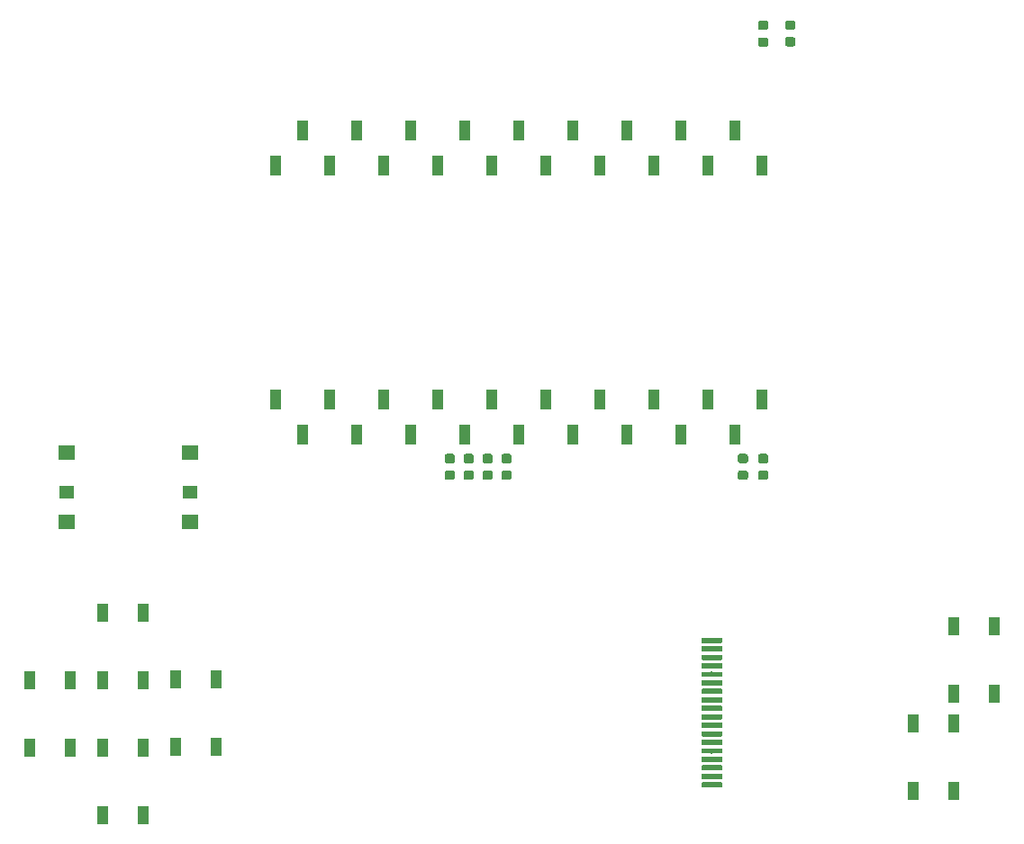
<source format=gbr>
G04 #@! TF.GenerationSoftware,KiCad,Pcbnew,(5.0.1)-3*
G04 #@! TF.CreationDate,2018-10-31T18:48:16+09:00*
G04 #@! TF.ProjectId,badge,62616467652E6B696361645F70636200,rev?*
G04 #@! TF.SameCoordinates,Original*
G04 #@! TF.FileFunction,Paste,Top*
G04 #@! TF.FilePolarity,Positive*
%FSLAX46Y46*%
G04 Gerber Fmt 4.6, Leading zero omitted, Abs format (unit mm)*
G04 Created by KiCad (PCBNEW (5.0.1)-3) date 2018-10-31 오후 6:48:16*
%MOMM*%
%LPD*%
G01*
G04 APERTURE LIST*
%ADD10R,1.000000X1.900000*%
%ADD11R,1.400000X1.300000*%
%ADD12R,1.500000X1.400000*%
%ADD13C,0.100000*%
%ADD14C,0.875000*%
%ADD15R,1.000000X1.700000*%
%ADD16C,0.500000*%
G04 APERTURE END LIST*
D10*
G04 #@! TO.C,J13*
X132999480Y-57570640D03*
X138079480Y-57570640D03*
X143159480Y-57570640D03*
X148239480Y-57570640D03*
X153319480Y-57570640D03*
X158399480Y-57570640D03*
X163479480Y-57570640D03*
X168559480Y-57570640D03*
X173639480Y-57570640D03*
X130459480Y-54270640D03*
X135539480Y-54270640D03*
X140619480Y-54270640D03*
X145699480Y-54270640D03*
X150779480Y-54270640D03*
X155859480Y-54270640D03*
X160939480Y-54270640D03*
X166019480Y-54270640D03*
X171099480Y-54270640D03*
X176179480Y-54270640D03*
G04 #@! TD*
G04 #@! TO.C,J12*
X130459480Y-32197040D03*
X135539480Y-32197040D03*
X140619480Y-32197040D03*
X145699480Y-32197040D03*
X150779480Y-32197040D03*
X155859480Y-32197040D03*
X160939480Y-32197040D03*
X166019480Y-32197040D03*
X171099480Y-32197040D03*
X176179480Y-32197040D03*
X132999480Y-28897040D03*
X138079480Y-28897040D03*
X143159480Y-28897040D03*
X148239480Y-28897040D03*
X153319480Y-28897040D03*
X158399480Y-28897040D03*
X163479480Y-28897040D03*
X168559480Y-28897040D03*
X173639480Y-28897040D03*
G04 #@! TD*
D11*
G04 #@! TO.C,SW7*
X110786000Y-62934000D03*
X122386000Y-62934000D03*
D12*
X122386000Y-59234000D03*
X110786000Y-59234000D03*
X110786000Y-65734000D03*
X122386000Y-65734000D03*
G04 #@! TD*
D13*
G04 #@! TO.C,C9*
G36*
X179093691Y-18562553D02*
X179114926Y-18565703D01*
X179135750Y-18570919D01*
X179155962Y-18578151D01*
X179175368Y-18587330D01*
X179193781Y-18598366D01*
X179211024Y-18611154D01*
X179226930Y-18625570D01*
X179241346Y-18641476D01*
X179254134Y-18658719D01*
X179265170Y-18677132D01*
X179274349Y-18696538D01*
X179281581Y-18716750D01*
X179286797Y-18737574D01*
X179289947Y-18758809D01*
X179291000Y-18780250D01*
X179291000Y-19217750D01*
X179289947Y-19239191D01*
X179286797Y-19260426D01*
X179281581Y-19281250D01*
X179274349Y-19301462D01*
X179265170Y-19320868D01*
X179254134Y-19339281D01*
X179241346Y-19356524D01*
X179226930Y-19372430D01*
X179211024Y-19386846D01*
X179193781Y-19399634D01*
X179175368Y-19410670D01*
X179155962Y-19419849D01*
X179135750Y-19427081D01*
X179114926Y-19432297D01*
X179093691Y-19435447D01*
X179072250Y-19436500D01*
X178559750Y-19436500D01*
X178538309Y-19435447D01*
X178517074Y-19432297D01*
X178496250Y-19427081D01*
X178476038Y-19419849D01*
X178456632Y-19410670D01*
X178438219Y-19399634D01*
X178420976Y-19386846D01*
X178405070Y-19372430D01*
X178390654Y-19356524D01*
X178377866Y-19339281D01*
X178366830Y-19320868D01*
X178357651Y-19301462D01*
X178350419Y-19281250D01*
X178345203Y-19260426D01*
X178342053Y-19239191D01*
X178341000Y-19217750D01*
X178341000Y-18780250D01*
X178342053Y-18758809D01*
X178345203Y-18737574D01*
X178350419Y-18716750D01*
X178357651Y-18696538D01*
X178366830Y-18677132D01*
X178377866Y-18658719D01*
X178390654Y-18641476D01*
X178405070Y-18625570D01*
X178420976Y-18611154D01*
X178438219Y-18598366D01*
X178456632Y-18587330D01*
X178476038Y-18578151D01*
X178496250Y-18570919D01*
X178517074Y-18565703D01*
X178538309Y-18562553D01*
X178559750Y-18561500D01*
X179072250Y-18561500D01*
X179093691Y-18562553D01*
X179093691Y-18562553D01*
G37*
D14*
X178816000Y-18999000D03*
D13*
G36*
X179093691Y-20137553D02*
X179114926Y-20140703D01*
X179135750Y-20145919D01*
X179155962Y-20153151D01*
X179175368Y-20162330D01*
X179193781Y-20173366D01*
X179211024Y-20186154D01*
X179226930Y-20200570D01*
X179241346Y-20216476D01*
X179254134Y-20233719D01*
X179265170Y-20252132D01*
X179274349Y-20271538D01*
X179281581Y-20291750D01*
X179286797Y-20312574D01*
X179289947Y-20333809D01*
X179291000Y-20355250D01*
X179291000Y-20792750D01*
X179289947Y-20814191D01*
X179286797Y-20835426D01*
X179281581Y-20856250D01*
X179274349Y-20876462D01*
X179265170Y-20895868D01*
X179254134Y-20914281D01*
X179241346Y-20931524D01*
X179226930Y-20947430D01*
X179211024Y-20961846D01*
X179193781Y-20974634D01*
X179175368Y-20985670D01*
X179155962Y-20994849D01*
X179135750Y-21002081D01*
X179114926Y-21007297D01*
X179093691Y-21010447D01*
X179072250Y-21011500D01*
X178559750Y-21011500D01*
X178538309Y-21010447D01*
X178517074Y-21007297D01*
X178496250Y-21002081D01*
X178476038Y-20994849D01*
X178456632Y-20985670D01*
X178438219Y-20974634D01*
X178420976Y-20961846D01*
X178405070Y-20947430D01*
X178390654Y-20931524D01*
X178377866Y-20914281D01*
X178366830Y-20895868D01*
X178357651Y-20876462D01*
X178350419Y-20856250D01*
X178345203Y-20835426D01*
X178342053Y-20814191D01*
X178341000Y-20792750D01*
X178341000Y-20355250D01*
X178342053Y-20333809D01*
X178345203Y-20312574D01*
X178350419Y-20291750D01*
X178357651Y-20271538D01*
X178366830Y-20252132D01*
X178377866Y-20233719D01*
X178390654Y-20216476D01*
X178405070Y-20200570D01*
X178420976Y-20186154D01*
X178438219Y-20173366D01*
X178456632Y-20162330D01*
X178476038Y-20153151D01*
X178496250Y-20145919D01*
X178517074Y-20140703D01*
X178538309Y-20137553D01*
X178559750Y-20136500D01*
X179072250Y-20136500D01*
X179093691Y-20137553D01*
X179093691Y-20137553D01*
G37*
D14*
X178816000Y-20574000D03*
G04 #@! TD*
D13*
G04 #@! TO.C,R7*
G36*
X176553691Y-18588053D02*
X176574926Y-18591203D01*
X176595750Y-18596419D01*
X176615962Y-18603651D01*
X176635368Y-18612830D01*
X176653781Y-18623866D01*
X176671024Y-18636654D01*
X176686930Y-18651070D01*
X176701346Y-18666976D01*
X176714134Y-18684219D01*
X176725170Y-18702632D01*
X176734349Y-18722038D01*
X176741581Y-18742250D01*
X176746797Y-18763074D01*
X176749947Y-18784309D01*
X176751000Y-18805750D01*
X176751000Y-19243250D01*
X176749947Y-19264691D01*
X176746797Y-19285926D01*
X176741581Y-19306750D01*
X176734349Y-19326962D01*
X176725170Y-19346368D01*
X176714134Y-19364781D01*
X176701346Y-19382024D01*
X176686930Y-19397930D01*
X176671024Y-19412346D01*
X176653781Y-19425134D01*
X176635368Y-19436170D01*
X176615962Y-19445349D01*
X176595750Y-19452581D01*
X176574926Y-19457797D01*
X176553691Y-19460947D01*
X176532250Y-19462000D01*
X176019750Y-19462000D01*
X175998309Y-19460947D01*
X175977074Y-19457797D01*
X175956250Y-19452581D01*
X175936038Y-19445349D01*
X175916632Y-19436170D01*
X175898219Y-19425134D01*
X175880976Y-19412346D01*
X175865070Y-19397930D01*
X175850654Y-19382024D01*
X175837866Y-19364781D01*
X175826830Y-19346368D01*
X175817651Y-19326962D01*
X175810419Y-19306750D01*
X175805203Y-19285926D01*
X175802053Y-19264691D01*
X175801000Y-19243250D01*
X175801000Y-18805750D01*
X175802053Y-18784309D01*
X175805203Y-18763074D01*
X175810419Y-18742250D01*
X175817651Y-18722038D01*
X175826830Y-18702632D01*
X175837866Y-18684219D01*
X175850654Y-18666976D01*
X175865070Y-18651070D01*
X175880976Y-18636654D01*
X175898219Y-18623866D01*
X175916632Y-18612830D01*
X175936038Y-18603651D01*
X175956250Y-18596419D01*
X175977074Y-18591203D01*
X175998309Y-18588053D01*
X176019750Y-18587000D01*
X176532250Y-18587000D01*
X176553691Y-18588053D01*
X176553691Y-18588053D01*
G37*
D14*
X176276000Y-19024500D03*
D13*
G36*
X176553691Y-20163053D02*
X176574926Y-20166203D01*
X176595750Y-20171419D01*
X176615962Y-20178651D01*
X176635368Y-20187830D01*
X176653781Y-20198866D01*
X176671024Y-20211654D01*
X176686930Y-20226070D01*
X176701346Y-20241976D01*
X176714134Y-20259219D01*
X176725170Y-20277632D01*
X176734349Y-20297038D01*
X176741581Y-20317250D01*
X176746797Y-20338074D01*
X176749947Y-20359309D01*
X176751000Y-20380750D01*
X176751000Y-20818250D01*
X176749947Y-20839691D01*
X176746797Y-20860926D01*
X176741581Y-20881750D01*
X176734349Y-20901962D01*
X176725170Y-20921368D01*
X176714134Y-20939781D01*
X176701346Y-20957024D01*
X176686930Y-20972930D01*
X176671024Y-20987346D01*
X176653781Y-21000134D01*
X176635368Y-21011170D01*
X176615962Y-21020349D01*
X176595750Y-21027581D01*
X176574926Y-21032797D01*
X176553691Y-21035947D01*
X176532250Y-21037000D01*
X176019750Y-21037000D01*
X175998309Y-21035947D01*
X175977074Y-21032797D01*
X175956250Y-21027581D01*
X175936038Y-21020349D01*
X175916632Y-21011170D01*
X175898219Y-21000134D01*
X175880976Y-20987346D01*
X175865070Y-20972930D01*
X175850654Y-20957024D01*
X175837866Y-20939781D01*
X175826830Y-20921368D01*
X175817651Y-20901962D01*
X175810419Y-20881750D01*
X175805203Y-20860926D01*
X175802053Y-20839691D01*
X175801000Y-20818250D01*
X175801000Y-20380750D01*
X175802053Y-20359309D01*
X175805203Y-20338074D01*
X175810419Y-20317250D01*
X175817651Y-20297038D01*
X175826830Y-20277632D01*
X175837866Y-20259219D01*
X175850654Y-20241976D01*
X175865070Y-20226070D01*
X175880976Y-20211654D01*
X175898219Y-20198866D01*
X175916632Y-20187830D01*
X175936038Y-20178651D01*
X175956250Y-20171419D01*
X175977074Y-20166203D01*
X175998309Y-20163053D01*
X176019750Y-20162000D01*
X176532250Y-20162000D01*
X176553691Y-20163053D01*
X176553691Y-20163053D01*
G37*
D14*
X176276000Y-20599500D03*
G04 #@! TD*
D13*
G04 #@! TO.C,D1*
G36*
X147089691Y-59355053D02*
X147110926Y-59358203D01*
X147131750Y-59363419D01*
X147151962Y-59370651D01*
X147171368Y-59379830D01*
X147189781Y-59390866D01*
X147207024Y-59403654D01*
X147222930Y-59418070D01*
X147237346Y-59433976D01*
X147250134Y-59451219D01*
X147261170Y-59469632D01*
X147270349Y-59489038D01*
X147277581Y-59509250D01*
X147282797Y-59530074D01*
X147285947Y-59551309D01*
X147287000Y-59572750D01*
X147287000Y-60010250D01*
X147285947Y-60031691D01*
X147282797Y-60052926D01*
X147277581Y-60073750D01*
X147270349Y-60093962D01*
X147261170Y-60113368D01*
X147250134Y-60131781D01*
X147237346Y-60149024D01*
X147222930Y-60164930D01*
X147207024Y-60179346D01*
X147189781Y-60192134D01*
X147171368Y-60203170D01*
X147151962Y-60212349D01*
X147131750Y-60219581D01*
X147110926Y-60224797D01*
X147089691Y-60227947D01*
X147068250Y-60229000D01*
X146555750Y-60229000D01*
X146534309Y-60227947D01*
X146513074Y-60224797D01*
X146492250Y-60219581D01*
X146472038Y-60212349D01*
X146452632Y-60203170D01*
X146434219Y-60192134D01*
X146416976Y-60179346D01*
X146401070Y-60164930D01*
X146386654Y-60149024D01*
X146373866Y-60131781D01*
X146362830Y-60113368D01*
X146353651Y-60093962D01*
X146346419Y-60073750D01*
X146341203Y-60052926D01*
X146338053Y-60031691D01*
X146337000Y-60010250D01*
X146337000Y-59572750D01*
X146338053Y-59551309D01*
X146341203Y-59530074D01*
X146346419Y-59509250D01*
X146353651Y-59489038D01*
X146362830Y-59469632D01*
X146373866Y-59451219D01*
X146386654Y-59433976D01*
X146401070Y-59418070D01*
X146416976Y-59403654D01*
X146434219Y-59390866D01*
X146452632Y-59379830D01*
X146472038Y-59370651D01*
X146492250Y-59363419D01*
X146513074Y-59358203D01*
X146534309Y-59355053D01*
X146555750Y-59354000D01*
X147068250Y-59354000D01*
X147089691Y-59355053D01*
X147089691Y-59355053D01*
G37*
D14*
X146812000Y-59791500D03*
D13*
G36*
X147089691Y-60930053D02*
X147110926Y-60933203D01*
X147131750Y-60938419D01*
X147151962Y-60945651D01*
X147171368Y-60954830D01*
X147189781Y-60965866D01*
X147207024Y-60978654D01*
X147222930Y-60993070D01*
X147237346Y-61008976D01*
X147250134Y-61026219D01*
X147261170Y-61044632D01*
X147270349Y-61064038D01*
X147277581Y-61084250D01*
X147282797Y-61105074D01*
X147285947Y-61126309D01*
X147287000Y-61147750D01*
X147287000Y-61585250D01*
X147285947Y-61606691D01*
X147282797Y-61627926D01*
X147277581Y-61648750D01*
X147270349Y-61668962D01*
X147261170Y-61688368D01*
X147250134Y-61706781D01*
X147237346Y-61724024D01*
X147222930Y-61739930D01*
X147207024Y-61754346D01*
X147189781Y-61767134D01*
X147171368Y-61778170D01*
X147151962Y-61787349D01*
X147131750Y-61794581D01*
X147110926Y-61799797D01*
X147089691Y-61802947D01*
X147068250Y-61804000D01*
X146555750Y-61804000D01*
X146534309Y-61802947D01*
X146513074Y-61799797D01*
X146492250Y-61794581D01*
X146472038Y-61787349D01*
X146452632Y-61778170D01*
X146434219Y-61767134D01*
X146416976Y-61754346D01*
X146401070Y-61739930D01*
X146386654Y-61724024D01*
X146373866Y-61706781D01*
X146362830Y-61688368D01*
X146353651Y-61668962D01*
X146346419Y-61648750D01*
X146341203Y-61627926D01*
X146338053Y-61606691D01*
X146337000Y-61585250D01*
X146337000Y-61147750D01*
X146338053Y-61126309D01*
X146341203Y-61105074D01*
X146346419Y-61084250D01*
X146353651Y-61064038D01*
X146362830Y-61044632D01*
X146373866Y-61026219D01*
X146386654Y-61008976D01*
X146401070Y-60993070D01*
X146416976Y-60978654D01*
X146434219Y-60965866D01*
X146452632Y-60954830D01*
X146472038Y-60945651D01*
X146492250Y-60938419D01*
X146513074Y-60933203D01*
X146534309Y-60930053D01*
X146555750Y-60929000D01*
X147068250Y-60929000D01*
X147089691Y-60930053D01*
X147089691Y-60930053D01*
G37*
D14*
X146812000Y-61366500D03*
G04 #@! TD*
D13*
G04 #@! TO.C,R6*
G36*
X150645691Y-60930053D02*
X150666926Y-60933203D01*
X150687750Y-60938419D01*
X150707962Y-60945651D01*
X150727368Y-60954830D01*
X150745781Y-60965866D01*
X150763024Y-60978654D01*
X150778930Y-60993070D01*
X150793346Y-61008976D01*
X150806134Y-61026219D01*
X150817170Y-61044632D01*
X150826349Y-61064038D01*
X150833581Y-61084250D01*
X150838797Y-61105074D01*
X150841947Y-61126309D01*
X150843000Y-61147750D01*
X150843000Y-61585250D01*
X150841947Y-61606691D01*
X150838797Y-61627926D01*
X150833581Y-61648750D01*
X150826349Y-61668962D01*
X150817170Y-61688368D01*
X150806134Y-61706781D01*
X150793346Y-61724024D01*
X150778930Y-61739930D01*
X150763024Y-61754346D01*
X150745781Y-61767134D01*
X150727368Y-61778170D01*
X150707962Y-61787349D01*
X150687750Y-61794581D01*
X150666926Y-61799797D01*
X150645691Y-61802947D01*
X150624250Y-61804000D01*
X150111750Y-61804000D01*
X150090309Y-61802947D01*
X150069074Y-61799797D01*
X150048250Y-61794581D01*
X150028038Y-61787349D01*
X150008632Y-61778170D01*
X149990219Y-61767134D01*
X149972976Y-61754346D01*
X149957070Y-61739930D01*
X149942654Y-61724024D01*
X149929866Y-61706781D01*
X149918830Y-61688368D01*
X149909651Y-61668962D01*
X149902419Y-61648750D01*
X149897203Y-61627926D01*
X149894053Y-61606691D01*
X149893000Y-61585250D01*
X149893000Y-61147750D01*
X149894053Y-61126309D01*
X149897203Y-61105074D01*
X149902419Y-61084250D01*
X149909651Y-61064038D01*
X149918830Y-61044632D01*
X149929866Y-61026219D01*
X149942654Y-61008976D01*
X149957070Y-60993070D01*
X149972976Y-60978654D01*
X149990219Y-60965866D01*
X150008632Y-60954830D01*
X150028038Y-60945651D01*
X150048250Y-60938419D01*
X150069074Y-60933203D01*
X150090309Y-60930053D01*
X150111750Y-60929000D01*
X150624250Y-60929000D01*
X150645691Y-60930053D01*
X150645691Y-60930053D01*
G37*
D14*
X150368000Y-61366500D03*
D13*
G36*
X150645691Y-59355053D02*
X150666926Y-59358203D01*
X150687750Y-59363419D01*
X150707962Y-59370651D01*
X150727368Y-59379830D01*
X150745781Y-59390866D01*
X150763024Y-59403654D01*
X150778930Y-59418070D01*
X150793346Y-59433976D01*
X150806134Y-59451219D01*
X150817170Y-59469632D01*
X150826349Y-59489038D01*
X150833581Y-59509250D01*
X150838797Y-59530074D01*
X150841947Y-59551309D01*
X150843000Y-59572750D01*
X150843000Y-60010250D01*
X150841947Y-60031691D01*
X150838797Y-60052926D01*
X150833581Y-60073750D01*
X150826349Y-60093962D01*
X150817170Y-60113368D01*
X150806134Y-60131781D01*
X150793346Y-60149024D01*
X150778930Y-60164930D01*
X150763024Y-60179346D01*
X150745781Y-60192134D01*
X150727368Y-60203170D01*
X150707962Y-60212349D01*
X150687750Y-60219581D01*
X150666926Y-60224797D01*
X150645691Y-60227947D01*
X150624250Y-60229000D01*
X150111750Y-60229000D01*
X150090309Y-60227947D01*
X150069074Y-60224797D01*
X150048250Y-60219581D01*
X150028038Y-60212349D01*
X150008632Y-60203170D01*
X149990219Y-60192134D01*
X149972976Y-60179346D01*
X149957070Y-60164930D01*
X149942654Y-60149024D01*
X149929866Y-60131781D01*
X149918830Y-60113368D01*
X149909651Y-60093962D01*
X149902419Y-60073750D01*
X149897203Y-60052926D01*
X149894053Y-60031691D01*
X149893000Y-60010250D01*
X149893000Y-59572750D01*
X149894053Y-59551309D01*
X149897203Y-59530074D01*
X149902419Y-59509250D01*
X149909651Y-59489038D01*
X149918830Y-59469632D01*
X149929866Y-59451219D01*
X149942654Y-59433976D01*
X149957070Y-59418070D01*
X149972976Y-59403654D01*
X149990219Y-59390866D01*
X150008632Y-59379830D01*
X150028038Y-59370651D01*
X150048250Y-59363419D01*
X150069074Y-59358203D01*
X150090309Y-59355053D01*
X150111750Y-59354000D01*
X150624250Y-59354000D01*
X150645691Y-59355053D01*
X150645691Y-59355053D01*
G37*
D14*
X150368000Y-59791500D03*
G04 #@! TD*
D13*
G04 #@! TO.C,D2*
G36*
X152423691Y-60930053D02*
X152444926Y-60933203D01*
X152465750Y-60938419D01*
X152485962Y-60945651D01*
X152505368Y-60954830D01*
X152523781Y-60965866D01*
X152541024Y-60978654D01*
X152556930Y-60993070D01*
X152571346Y-61008976D01*
X152584134Y-61026219D01*
X152595170Y-61044632D01*
X152604349Y-61064038D01*
X152611581Y-61084250D01*
X152616797Y-61105074D01*
X152619947Y-61126309D01*
X152621000Y-61147750D01*
X152621000Y-61585250D01*
X152619947Y-61606691D01*
X152616797Y-61627926D01*
X152611581Y-61648750D01*
X152604349Y-61668962D01*
X152595170Y-61688368D01*
X152584134Y-61706781D01*
X152571346Y-61724024D01*
X152556930Y-61739930D01*
X152541024Y-61754346D01*
X152523781Y-61767134D01*
X152505368Y-61778170D01*
X152485962Y-61787349D01*
X152465750Y-61794581D01*
X152444926Y-61799797D01*
X152423691Y-61802947D01*
X152402250Y-61804000D01*
X151889750Y-61804000D01*
X151868309Y-61802947D01*
X151847074Y-61799797D01*
X151826250Y-61794581D01*
X151806038Y-61787349D01*
X151786632Y-61778170D01*
X151768219Y-61767134D01*
X151750976Y-61754346D01*
X151735070Y-61739930D01*
X151720654Y-61724024D01*
X151707866Y-61706781D01*
X151696830Y-61688368D01*
X151687651Y-61668962D01*
X151680419Y-61648750D01*
X151675203Y-61627926D01*
X151672053Y-61606691D01*
X151671000Y-61585250D01*
X151671000Y-61147750D01*
X151672053Y-61126309D01*
X151675203Y-61105074D01*
X151680419Y-61084250D01*
X151687651Y-61064038D01*
X151696830Y-61044632D01*
X151707866Y-61026219D01*
X151720654Y-61008976D01*
X151735070Y-60993070D01*
X151750976Y-60978654D01*
X151768219Y-60965866D01*
X151786632Y-60954830D01*
X151806038Y-60945651D01*
X151826250Y-60938419D01*
X151847074Y-60933203D01*
X151868309Y-60930053D01*
X151889750Y-60929000D01*
X152402250Y-60929000D01*
X152423691Y-60930053D01*
X152423691Y-60930053D01*
G37*
D14*
X152146000Y-61366500D03*
D13*
G36*
X152423691Y-59355053D02*
X152444926Y-59358203D01*
X152465750Y-59363419D01*
X152485962Y-59370651D01*
X152505368Y-59379830D01*
X152523781Y-59390866D01*
X152541024Y-59403654D01*
X152556930Y-59418070D01*
X152571346Y-59433976D01*
X152584134Y-59451219D01*
X152595170Y-59469632D01*
X152604349Y-59489038D01*
X152611581Y-59509250D01*
X152616797Y-59530074D01*
X152619947Y-59551309D01*
X152621000Y-59572750D01*
X152621000Y-60010250D01*
X152619947Y-60031691D01*
X152616797Y-60052926D01*
X152611581Y-60073750D01*
X152604349Y-60093962D01*
X152595170Y-60113368D01*
X152584134Y-60131781D01*
X152571346Y-60149024D01*
X152556930Y-60164930D01*
X152541024Y-60179346D01*
X152523781Y-60192134D01*
X152505368Y-60203170D01*
X152485962Y-60212349D01*
X152465750Y-60219581D01*
X152444926Y-60224797D01*
X152423691Y-60227947D01*
X152402250Y-60229000D01*
X151889750Y-60229000D01*
X151868309Y-60227947D01*
X151847074Y-60224797D01*
X151826250Y-60219581D01*
X151806038Y-60212349D01*
X151786632Y-60203170D01*
X151768219Y-60192134D01*
X151750976Y-60179346D01*
X151735070Y-60164930D01*
X151720654Y-60149024D01*
X151707866Y-60131781D01*
X151696830Y-60113368D01*
X151687651Y-60093962D01*
X151680419Y-60073750D01*
X151675203Y-60052926D01*
X151672053Y-60031691D01*
X151671000Y-60010250D01*
X151671000Y-59572750D01*
X151672053Y-59551309D01*
X151675203Y-59530074D01*
X151680419Y-59509250D01*
X151687651Y-59489038D01*
X151696830Y-59469632D01*
X151707866Y-59451219D01*
X151720654Y-59433976D01*
X151735070Y-59418070D01*
X151750976Y-59403654D01*
X151768219Y-59390866D01*
X151786632Y-59379830D01*
X151806038Y-59370651D01*
X151826250Y-59363419D01*
X151847074Y-59358203D01*
X151868309Y-59355053D01*
X151889750Y-59354000D01*
X152402250Y-59354000D01*
X152423691Y-59355053D01*
X152423691Y-59355053D01*
G37*
D14*
X152146000Y-59791500D03*
G04 #@! TD*
D13*
G04 #@! TO.C,R5*
G36*
X148867691Y-59355053D02*
X148888926Y-59358203D01*
X148909750Y-59363419D01*
X148929962Y-59370651D01*
X148949368Y-59379830D01*
X148967781Y-59390866D01*
X148985024Y-59403654D01*
X149000930Y-59418070D01*
X149015346Y-59433976D01*
X149028134Y-59451219D01*
X149039170Y-59469632D01*
X149048349Y-59489038D01*
X149055581Y-59509250D01*
X149060797Y-59530074D01*
X149063947Y-59551309D01*
X149065000Y-59572750D01*
X149065000Y-60010250D01*
X149063947Y-60031691D01*
X149060797Y-60052926D01*
X149055581Y-60073750D01*
X149048349Y-60093962D01*
X149039170Y-60113368D01*
X149028134Y-60131781D01*
X149015346Y-60149024D01*
X149000930Y-60164930D01*
X148985024Y-60179346D01*
X148967781Y-60192134D01*
X148949368Y-60203170D01*
X148929962Y-60212349D01*
X148909750Y-60219581D01*
X148888926Y-60224797D01*
X148867691Y-60227947D01*
X148846250Y-60229000D01*
X148333750Y-60229000D01*
X148312309Y-60227947D01*
X148291074Y-60224797D01*
X148270250Y-60219581D01*
X148250038Y-60212349D01*
X148230632Y-60203170D01*
X148212219Y-60192134D01*
X148194976Y-60179346D01*
X148179070Y-60164930D01*
X148164654Y-60149024D01*
X148151866Y-60131781D01*
X148140830Y-60113368D01*
X148131651Y-60093962D01*
X148124419Y-60073750D01*
X148119203Y-60052926D01*
X148116053Y-60031691D01*
X148115000Y-60010250D01*
X148115000Y-59572750D01*
X148116053Y-59551309D01*
X148119203Y-59530074D01*
X148124419Y-59509250D01*
X148131651Y-59489038D01*
X148140830Y-59469632D01*
X148151866Y-59451219D01*
X148164654Y-59433976D01*
X148179070Y-59418070D01*
X148194976Y-59403654D01*
X148212219Y-59390866D01*
X148230632Y-59379830D01*
X148250038Y-59370651D01*
X148270250Y-59363419D01*
X148291074Y-59358203D01*
X148312309Y-59355053D01*
X148333750Y-59354000D01*
X148846250Y-59354000D01*
X148867691Y-59355053D01*
X148867691Y-59355053D01*
G37*
D14*
X148590000Y-59791500D03*
D13*
G36*
X148867691Y-60930053D02*
X148888926Y-60933203D01*
X148909750Y-60938419D01*
X148929962Y-60945651D01*
X148949368Y-60954830D01*
X148967781Y-60965866D01*
X148985024Y-60978654D01*
X149000930Y-60993070D01*
X149015346Y-61008976D01*
X149028134Y-61026219D01*
X149039170Y-61044632D01*
X149048349Y-61064038D01*
X149055581Y-61084250D01*
X149060797Y-61105074D01*
X149063947Y-61126309D01*
X149065000Y-61147750D01*
X149065000Y-61585250D01*
X149063947Y-61606691D01*
X149060797Y-61627926D01*
X149055581Y-61648750D01*
X149048349Y-61668962D01*
X149039170Y-61688368D01*
X149028134Y-61706781D01*
X149015346Y-61724024D01*
X149000930Y-61739930D01*
X148985024Y-61754346D01*
X148967781Y-61767134D01*
X148949368Y-61778170D01*
X148929962Y-61787349D01*
X148909750Y-61794581D01*
X148888926Y-61799797D01*
X148867691Y-61802947D01*
X148846250Y-61804000D01*
X148333750Y-61804000D01*
X148312309Y-61802947D01*
X148291074Y-61799797D01*
X148270250Y-61794581D01*
X148250038Y-61787349D01*
X148230632Y-61778170D01*
X148212219Y-61767134D01*
X148194976Y-61754346D01*
X148179070Y-61739930D01*
X148164654Y-61724024D01*
X148151866Y-61706781D01*
X148140830Y-61688368D01*
X148131651Y-61668962D01*
X148124419Y-61648750D01*
X148119203Y-61627926D01*
X148116053Y-61606691D01*
X148115000Y-61585250D01*
X148115000Y-61147750D01*
X148116053Y-61126309D01*
X148119203Y-61105074D01*
X148124419Y-61084250D01*
X148131651Y-61064038D01*
X148140830Y-61044632D01*
X148151866Y-61026219D01*
X148164654Y-61008976D01*
X148179070Y-60993070D01*
X148194976Y-60978654D01*
X148212219Y-60965866D01*
X148230632Y-60954830D01*
X148250038Y-60945651D01*
X148270250Y-60938419D01*
X148291074Y-60933203D01*
X148312309Y-60930053D01*
X148333750Y-60929000D01*
X148846250Y-60929000D01*
X148867691Y-60930053D01*
X148867691Y-60930053D01*
G37*
D14*
X148590000Y-61366500D03*
G04 #@! TD*
D15*
G04 #@! TO.C,SW6*
X197988000Y-75590000D03*
X197988000Y-81890000D03*
X194188000Y-75590000D03*
X194188000Y-81890000D03*
G04 #@! TD*
G04 #@! TO.C,SW3*
X190378000Y-91034000D03*
X190378000Y-84734000D03*
X194178000Y-91034000D03*
X194178000Y-84734000D03*
G04 #@! TD*
G04 #@! TO.C,SW4*
X114178000Y-93320000D03*
X114178000Y-87020000D03*
X117978000Y-93320000D03*
X117978000Y-87020000D03*
G04 #@! TD*
D13*
G04 #@! TO.C,J10*
G36*
X172337252Y-87050602D02*
X172349386Y-87052402D01*
X172361286Y-87055382D01*
X172372835Y-87059515D01*
X172383925Y-87064760D01*
X172394446Y-87071066D01*
X172404299Y-87078374D01*
X172413388Y-87086612D01*
X172421626Y-87095701D01*
X172428934Y-87105554D01*
X172435240Y-87116075D01*
X172440485Y-87127165D01*
X172444618Y-87138714D01*
X172447598Y-87150614D01*
X172449398Y-87162748D01*
X172450000Y-87175000D01*
X172450000Y-87425000D01*
X172449398Y-87437252D01*
X172447598Y-87449386D01*
X172444618Y-87461286D01*
X172440485Y-87472835D01*
X172435240Y-87483925D01*
X172428934Y-87494446D01*
X172421626Y-87504299D01*
X172413388Y-87513388D01*
X172404299Y-87521626D01*
X172394446Y-87528934D01*
X172383925Y-87535240D01*
X172372835Y-87540485D01*
X172361286Y-87544618D01*
X172349386Y-87547598D01*
X172337252Y-87549398D01*
X172325000Y-87550000D01*
X170575000Y-87550000D01*
X170562748Y-87549398D01*
X170550614Y-87547598D01*
X170538714Y-87544618D01*
X170527165Y-87540485D01*
X170516075Y-87535240D01*
X170505554Y-87528934D01*
X170495701Y-87521626D01*
X170486612Y-87513388D01*
X170478374Y-87504299D01*
X170471066Y-87494446D01*
X170464760Y-87483925D01*
X170459515Y-87472835D01*
X170455382Y-87461286D01*
X170452402Y-87449386D01*
X170450602Y-87437252D01*
X170450000Y-87425000D01*
X170450000Y-87175000D01*
X170450602Y-87162748D01*
X170452402Y-87150614D01*
X170455382Y-87138714D01*
X170459515Y-87127165D01*
X170464760Y-87116075D01*
X170471066Y-87105554D01*
X170478374Y-87095701D01*
X170486612Y-87086612D01*
X170495701Y-87078374D01*
X170505554Y-87071066D01*
X170516075Y-87064760D01*
X170527165Y-87059515D01*
X170538714Y-87055382D01*
X170550614Y-87052402D01*
X170562748Y-87050602D01*
X170575000Y-87050000D01*
X172325000Y-87050000D01*
X172337252Y-87050602D01*
X172337252Y-87050602D01*
G37*
D16*
X171450000Y-87300000D03*
D13*
G36*
X172337252Y-90250602D02*
X172349386Y-90252402D01*
X172361286Y-90255382D01*
X172372835Y-90259515D01*
X172383925Y-90264760D01*
X172394446Y-90271066D01*
X172404299Y-90278374D01*
X172413388Y-90286612D01*
X172421626Y-90295701D01*
X172428934Y-90305554D01*
X172435240Y-90316075D01*
X172440485Y-90327165D01*
X172444618Y-90338714D01*
X172447598Y-90350614D01*
X172449398Y-90362748D01*
X172450000Y-90375000D01*
X172450000Y-90625000D01*
X172449398Y-90637252D01*
X172447598Y-90649386D01*
X172444618Y-90661286D01*
X172440485Y-90672835D01*
X172435240Y-90683925D01*
X172428934Y-90694446D01*
X172421626Y-90704299D01*
X172413388Y-90713388D01*
X172404299Y-90721626D01*
X172394446Y-90728934D01*
X172383925Y-90735240D01*
X172372835Y-90740485D01*
X172361286Y-90744618D01*
X172349386Y-90747598D01*
X172337252Y-90749398D01*
X172325000Y-90750000D01*
X170575000Y-90750000D01*
X170562748Y-90749398D01*
X170550614Y-90747598D01*
X170538714Y-90744618D01*
X170527165Y-90740485D01*
X170516075Y-90735240D01*
X170505554Y-90728934D01*
X170495701Y-90721626D01*
X170486612Y-90713388D01*
X170478374Y-90704299D01*
X170471066Y-90694446D01*
X170464760Y-90683925D01*
X170459515Y-90672835D01*
X170455382Y-90661286D01*
X170452402Y-90649386D01*
X170450602Y-90637252D01*
X170450000Y-90625000D01*
X170450000Y-90375000D01*
X170450602Y-90362748D01*
X170452402Y-90350614D01*
X170455382Y-90338714D01*
X170459515Y-90327165D01*
X170464760Y-90316075D01*
X170471066Y-90305554D01*
X170478374Y-90295701D01*
X170486612Y-90286612D01*
X170495701Y-90278374D01*
X170505554Y-90271066D01*
X170516075Y-90264760D01*
X170527165Y-90259515D01*
X170538714Y-90255382D01*
X170550614Y-90252402D01*
X170562748Y-90250602D01*
X170575000Y-90250000D01*
X172325000Y-90250000D01*
X172337252Y-90250602D01*
X172337252Y-90250602D01*
G37*
D16*
X171450000Y-90500000D03*
D13*
G36*
X172337252Y-79050602D02*
X172349386Y-79052402D01*
X172361286Y-79055382D01*
X172372835Y-79059515D01*
X172383925Y-79064760D01*
X172394446Y-79071066D01*
X172404299Y-79078374D01*
X172413388Y-79086612D01*
X172421626Y-79095701D01*
X172428934Y-79105554D01*
X172435240Y-79116075D01*
X172440485Y-79127165D01*
X172444618Y-79138714D01*
X172447598Y-79150614D01*
X172449398Y-79162748D01*
X172450000Y-79175000D01*
X172450000Y-79425000D01*
X172449398Y-79437252D01*
X172447598Y-79449386D01*
X172444618Y-79461286D01*
X172440485Y-79472835D01*
X172435240Y-79483925D01*
X172428934Y-79494446D01*
X172421626Y-79504299D01*
X172413388Y-79513388D01*
X172404299Y-79521626D01*
X172394446Y-79528934D01*
X172383925Y-79535240D01*
X172372835Y-79540485D01*
X172361286Y-79544618D01*
X172349386Y-79547598D01*
X172337252Y-79549398D01*
X172325000Y-79550000D01*
X170575000Y-79550000D01*
X170562748Y-79549398D01*
X170550614Y-79547598D01*
X170538714Y-79544618D01*
X170527165Y-79540485D01*
X170516075Y-79535240D01*
X170505554Y-79528934D01*
X170495701Y-79521626D01*
X170486612Y-79513388D01*
X170478374Y-79504299D01*
X170471066Y-79494446D01*
X170464760Y-79483925D01*
X170459515Y-79472835D01*
X170455382Y-79461286D01*
X170452402Y-79449386D01*
X170450602Y-79437252D01*
X170450000Y-79425000D01*
X170450000Y-79175000D01*
X170450602Y-79162748D01*
X170452402Y-79150614D01*
X170455382Y-79138714D01*
X170459515Y-79127165D01*
X170464760Y-79116075D01*
X170471066Y-79105554D01*
X170478374Y-79095701D01*
X170486612Y-79086612D01*
X170495701Y-79078374D01*
X170505554Y-79071066D01*
X170516075Y-79064760D01*
X170527165Y-79059515D01*
X170538714Y-79055382D01*
X170550614Y-79052402D01*
X170562748Y-79050602D01*
X170575000Y-79050000D01*
X172325000Y-79050000D01*
X172337252Y-79050602D01*
X172337252Y-79050602D01*
G37*
D16*
X171450000Y-79300000D03*
D13*
G36*
X172337252Y-83050602D02*
X172349386Y-83052402D01*
X172361286Y-83055382D01*
X172372835Y-83059515D01*
X172383925Y-83064760D01*
X172394446Y-83071066D01*
X172404299Y-83078374D01*
X172413388Y-83086612D01*
X172421626Y-83095701D01*
X172428934Y-83105554D01*
X172435240Y-83116075D01*
X172440485Y-83127165D01*
X172444618Y-83138714D01*
X172447598Y-83150614D01*
X172449398Y-83162748D01*
X172450000Y-83175000D01*
X172450000Y-83425000D01*
X172449398Y-83437252D01*
X172447598Y-83449386D01*
X172444618Y-83461286D01*
X172440485Y-83472835D01*
X172435240Y-83483925D01*
X172428934Y-83494446D01*
X172421626Y-83504299D01*
X172413388Y-83513388D01*
X172404299Y-83521626D01*
X172394446Y-83528934D01*
X172383925Y-83535240D01*
X172372835Y-83540485D01*
X172361286Y-83544618D01*
X172349386Y-83547598D01*
X172337252Y-83549398D01*
X172325000Y-83550000D01*
X170575000Y-83550000D01*
X170562748Y-83549398D01*
X170550614Y-83547598D01*
X170538714Y-83544618D01*
X170527165Y-83540485D01*
X170516075Y-83535240D01*
X170505554Y-83528934D01*
X170495701Y-83521626D01*
X170486612Y-83513388D01*
X170478374Y-83504299D01*
X170471066Y-83494446D01*
X170464760Y-83483925D01*
X170459515Y-83472835D01*
X170455382Y-83461286D01*
X170452402Y-83449386D01*
X170450602Y-83437252D01*
X170450000Y-83425000D01*
X170450000Y-83175000D01*
X170450602Y-83162748D01*
X170452402Y-83150614D01*
X170455382Y-83138714D01*
X170459515Y-83127165D01*
X170464760Y-83116075D01*
X170471066Y-83105554D01*
X170478374Y-83095701D01*
X170486612Y-83086612D01*
X170495701Y-83078374D01*
X170505554Y-83071066D01*
X170516075Y-83064760D01*
X170527165Y-83059515D01*
X170538714Y-83055382D01*
X170550614Y-83052402D01*
X170562748Y-83050602D01*
X170575000Y-83050000D01*
X172325000Y-83050000D01*
X172337252Y-83050602D01*
X172337252Y-83050602D01*
G37*
D16*
X171450000Y-83300000D03*
D13*
G36*
X172337252Y-76650602D02*
X172349386Y-76652402D01*
X172361286Y-76655382D01*
X172372835Y-76659515D01*
X172383925Y-76664760D01*
X172394446Y-76671066D01*
X172404299Y-76678374D01*
X172413388Y-76686612D01*
X172421626Y-76695701D01*
X172428934Y-76705554D01*
X172435240Y-76716075D01*
X172440485Y-76727165D01*
X172444618Y-76738714D01*
X172447598Y-76750614D01*
X172449398Y-76762748D01*
X172450000Y-76775000D01*
X172450000Y-77025000D01*
X172449398Y-77037252D01*
X172447598Y-77049386D01*
X172444618Y-77061286D01*
X172440485Y-77072835D01*
X172435240Y-77083925D01*
X172428934Y-77094446D01*
X172421626Y-77104299D01*
X172413388Y-77113388D01*
X172404299Y-77121626D01*
X172394446Y-77128934D01*
X172383925Y-77135240D01*
X172372835Y-77140485D01*
X172361286Y-77144618D01*
X172349386Y-77147598D01*
X172337252Y-77149398D01*
X172325000Y-77150000D01*
X170575000Y-77150000D01*
X170562748Y-77149398D01*
X170550614Y-77147598D01*
X170538714Y-77144618D01*
X170527165Y-77140485D01*
X170516075Y-77135240D01*
X170505554Y-77128934D01*
X170495701Y-77121626D01*
X170486612Y-77113388D01*
X170478374Y-77104299D01*
X170471066Y-77094446D01*
X170464760Y-77083925D01*
X170459515Y-77072835D01*
X170455382Y-77061286D01*
X170452402Y-77049386D01*
X170450602Y-77037252D01*
X170450000Y-77025000D01*
X170450000Y-76775000D01*
X170450602Y-76762748D01*
X170452402Y-76750614D01*
X170455382Y-76738714D01*
X170459515Y-76727165D01*
X170464760Y-76716075D01*
X170471066Y-76705554D01*
X170478374Y-76695701D01*
X170486612Y-76686612D01*
X170495701Y-76678374D01*
X170505554Y-76671066D01*
X170516075Y-76664760D01*
X170527165Y-76659515D01*
X170538714Y-76655382D01*
X170550614Y-76652402D01*
X170562748Y-76650602D01*
X170575000Y-76650000D01*
X172325000Y-76650000D01*
X172337252Y-76650602D01*
X172337252Y-76650602D01*
G37*
D16*
X171450000Y-76900000D03*
D13*
G36*
X172337252Y-80650602D02*
X172349386Y-80652402D01*
X172361286Y-80655382D01*
X172372835Y-80659515D01*
X172383925Y-80664760D01*
X172394446Y-80671066D01*
X172404299Y-80678374D01*
X172413388Y-80686612D01*
X172421626Y-80695701D01*
X172428934Y-80705554D01*
X172435240Y-80716075D01*
X172440485Y-80727165D01*
X172444618Y-80738714D01*
X172447598Y-80750614D01*
X172449398Y-80762748D01*
X172450000Y-80775000D01*
X172450000Y-81025000D01*
X172449398Y-81037252D01*
X172447598Y-81049386D01*
X172444618Y-81061286D01*
X172440485Y-81072835D01*
X172435240Y-81083925D01*
X172428934Y-81094446D01*
X172421626Y-81104299D01*
X172413388Y-81113388D01*
X172404299Y-81121626D01*
X172394446Y-81128934D01*
X172383925Y-81135240D01*
X172372835Y-81140485D01*
X172361286Y-81144618D01*
X172349386Y-81147598D01*
X172337252Y-81149398D01*
X172325000Y-81150000D01*
X170575000Y-81150000D01*
X170562748Y-81149398D01*
X170550614Y-81147598D01*
X170538714Y-81144618D01*
X170527165Y-81140485D01*
X170516075Y-81135240D01*
X170505554Y-81128934D01*
X170495701Y-81121626D01*
X170486612Y-81113388D01*
X170478374Y-81104299D01*
X170471066Y-81094446D01*
X170464760Y-81083925D01*
X170459515Y-81072835D01*
X170455382Y-81061286D01*
X170452402Y-81049386D01*
X170450602Y-81037252D01*
X170450000Y-81025000D01*
X170450000Y-80775000D01*
X170450602Y-80762748D01*
X170452402Y-80750614D01*
X170455382Y-80738714D01*
X170459515Y-80727165D01*
X170464760Y-80716075D01*
X170471066Y-80705554D01*
X170478374Y-80695701D01*
X170486612Y-80686612D01*
X170495701Y-80678374D01*
X170505554Y-80671066D01*
X170516075Y-80664760D01*
X170527165Y-80659515D01*
X170538714Y-80655382D01*
X170550614Y-80652402D01*
X170562748Y-80650602D01*
X170575000Y-80650000D01*
X172325000Y-80650000D01*
X172337252Y-80650602D01*
X172337252Y-80650602D01*
G37*
D16*
X171450000Y-80900000D03*
D13*
G36*
X172337252Y-84650602D02*
X172349386Y-84652402D01*
X172361286Y-84655382D01*
X172372835Y-84659515D01*
X172383925Y-84664760D01*
X172394446Y-84671066D01*
X172404299Y-84678374D01*
X172413388Y-84686612D01*
X172421626Y-84695701D01*
X172428934Y-84705554D01*
X172435240Y-84716075D01*
X172440485Y-84727165D01*
X172444618Y-84738714D01*
X172447598Y-84750614D01*
X172449398Y-84762748D01*
X172450000Y-84775000D01*
X172450000Y-85025000D01*
X172449398Y-85037252D01*
X172447598Y-85049386D01*
X172444618Y-85061286D01*
X172440485Y-85072835D01*
X172435240Y-85083925D01*
X172428934Y-85094446D01*
X172421626Y-85104299D01*
X172413388Y-85113388D01*
X172404299Y-85121626D01*
X172394446Y-85128934D01*
X172383925Y-85135240D01*
X172372835Y-85140485D01*
X172361286Y-85144618D01*
X172349386Y-85147598D01*
X172337252Y-85149398D01*
X172325000Y-85150000D01*
X170575000Y-85150000D01*
X170562748Y-85149398D01*
X170550614Y-85147598D01*
X170538714Y-85144618D01*
X170527165Y-85140485D01*
X170516075Y-85135240D01*
X170505554Y-85128934D01*
X170495701Y-85121626D01*
X170486612Y-85113388D01*
X170478374Y-85104299D01*
X170471066Y-85094446D01*
X170464760Y-85083925D01*
X170459515Y-85072835D01*
X170455382Y-85061286D01*
X170452402Y-85049386D01*
X170450602Y-85037252D01*
X170450000Y-85025000D01*
X170450000Y-84775000D01*
X170450602Y-84762748D01*
X170452402Y-84750614D01*
X170455382Y-84738714D01*
X170459515Y-84727165D01*
X170464760Y-84716075D01*
X170471066Y-84705554D01*
X170478374Y-84695701D01*
X170486612Y-84686612D01*
X170495701Y-84678374D01*
X170505554Y-84671066D01*
X170516075Y-84664760D01*
X170527165Y-84659515D01*
X170538714Y-84655382D01*
X170550614Y-84652402D01*
X170562748Y-84650602D01*
X170575000Y-84650000D01*
X172325000Y-84650000D01*
X172337252Y-84650602D01*
X172337252Y-84650602D01*
G37*
D16*
X171450000Y-84900000D03*
D13*
G36*
X172337252Y-85450602D02*
X172349386Y-85452402D01*
X172361286Y-85455382D01*
X172372835Y-85459515D01*
X172383925Y-85464760D01*
X172394446Y-85471066D01*
X172404299Y-85478374D01*
X172413388Y-85486612D01*
X172421626Y-85495701D01*
X172428934Y-85505554D01*
X172435240Y-85516075D01*
X172440485Y-85527165D01*
X172444618Y-85538714D01*
X172447598Y-85550614D01*
X172449398Y-85562748D01*
X172450000Y-85575000D01*
X172450000Y-85825000D01*
X172449398Y-85837252D01*
X172447598Y-85849386D01*
X172444618Y-85861286D01*
X172440485Y-85872835D01*
X172435240Y-85883925D01*
X172428934Y-85894446D01*
X172421626Y-85904299D01*
X172413388Y-85913388D01*
X172404299Y-85921626D01*
X172394446Y-85928934D01*
X172383925Y-85935240D01*
X172372835Y-85940485D01*
X172361286Y-85944618D01*
X172349386Y-85947598D01*
X172337252Y-85949398D01*
X172325000Y-85950000D01*
X170575000Y-85950000D01*
X170562748Y-85949398D01*
X170550614Y-85947598D01*
X170538714Y-85944618D01*
X170527165Y-85940485D01*
X170516075Y-85935240D01*
X170505554Y-85928934D01*
X170495701Y-85921626D01*
X170486612Y-85913388D01*
X170478374Y-85904299D01*
X170471066Y-85894446D01*
X170464760Y-85883925D01*
X170459515Y-85872835D01*
X170455382Y-85861286D01*
X170452402Y-85849386D01*
X170450602Y-85837252D01*
X170450000Y-85825000D01*
X170450000Y-85575000D01*
X170450602Y-85562748D01*
X170452402Y-85550614D01*
X170455382Y-85538714D01*
X170459515Y-85527165D01*
X170464760Y-85516075D01*
X170471066Y-85505554D01*
X170478374Y-85495701D01*
X170486612Y-85486612D01*
X170495701Y-85478374D01*
X170505554Y-85471066D01*
X170516075Y-85464760D01*
X170527165Y-85459515D01*
X170538714Y-85455382D01*
X170550614Y-85452402D01*
X170562748Y-85450602D01*
X170575000Y-85450000D01*
X172325000Y-85450000D01*
X172337252Y-85450602D01*
X172337252Y-85450602D01*
G37*
D16*
X171450000Y-85700000D03*
D13*
G36*
X172337252Y-77450602D02*
X172349386Y-77452402D01*
X172361286Y-77455382D01*
X172372835Y-77459515D01*
X172383925Y-77464760D01*
X172394446Y-77471066D01*
X172404299Y-77478374D01*
X172413388Y-77486612D01*
X172421626Y-77495701D01*
X172428934Y-77505554D01*
X172435240Y-77516075D01*
X172440485Y-77527165D01*
X172444618Y-77538714D01*
X172447598Y-77550614D01*
X172449398Y-77562748D01*
X172450000Y-77575000D01*
X172450000Y-77825000D01*
X172449398Y-77837252D01*
X172447598Y-77849386D01*
X172444618Y-77861286D01*
X172440485Y-77872835D01*
X172435240Y-77883925D01*
X172428934Y-77894446D01*
X172421626Y-77904299D01*
X172413388Y-77913388D01*
X172404299Y-77921626D01*
X172394446Y-77928934D01*
X172383925Y-77935240D01*
X172372835Y-77940485D01*
X172361286Y-77944618D01*
X172349386Y-77947598D01*
X172337252Y-77949398D01*
X172325000Y-77950000D01*
X170575000Y-77950000D01*
X170562748Y-77949398D01*
X170550614Y-77947598D01*
X170538714Y-77944618D01*
X170527165Y-77940485D01*
X170516075Y-77935240D01*
X170505554Y-77928934D01*
X170495701Y-77921626D01*
X170486612Y-77913388D01*
X170478374Y-77904299D01*
X170471066Y-77894446D01*
X170464760Y-77883925D01*
X170459515Y-77872835D01*
X170455382Y-77861286D01*
X170452402Y-77849386D01*
X170450602Y-77837252D01*
X170450000Y-77825000D01*
X170450000Y-77575000D01*
X170450602Y-77562748D01*
X170452402Y-77550614D01*
X170455382Y-77538714D01*
X170459515Y-77527165D01*
X170464760Y-77516075D01*
X170471066Y-77505554D01*
X170478374Y-77495701D01*
X170486612Y-77486612D01*
X170495701Y-77478374D01*
X170505554Y-77471066D01*
X170516075Y-77464760D01*
X170527165Y-77459515D01*
X170538714Y-77455382D01*
X170550614Y-77452402D01*
X170562748Y-77450602D01*
X170575000Y-77450000D01*
X172325000Y-77450000D01*
X172337252Y-77450602D01*
X172337252Y-77450602D01*
G37*
D16*
X171450000Y-77700000D03*
D13*
G36*
X172337252Y-81450602D02*
X172349386Y-81452402D01*
X172361286Y-81455382D01*
X172372835Y-81459515D01*
X172383925Y-81464760D01*
X172394446Y-81471066D01*
X172404299Y-81478374D01*
X172413388Y-81486612D01*
X172421626Y-81495701D01*
X172428934Y-81505554D01*
X172435240Y-81516075D01*
X172440485Y-81527165D01*
X172444618Y-81538714D01*
X172447598Y-81550614D01*
X172449398Y-81562748D01*
X172450000Y-81575000D01*
X172450000Y-81825000D01*
X172449398Y-81837252D01*
X172447598Y-81849386D01*
X172444618Y-81861286D01*
X172440485Y-81872835D01*
X172435240Y-81883925D01*
X172428934Y-81894446D01*
X172421626Y-81904299D01*
X172413388Y-81913388D01*
X172404299Y-81921626D01*
X172394446Y-81928934D01*
X172383925Y-81935240D01*
X172372835Y-81940485D01*
X172361286Y-81944618D01*
X172349386Y-81947598D01*
X172337252Y-81949398D01*
X172325000Y-81950000D01*
X170575000Y-81950000D01*
X170562748Y-81949398D01*
X170550614Y-81947598D01*
X170538714Y-81944618D01*
X170527165Y-81940485D01*
X170516075Y-81935240D01*
X170505554Y-81928934D01*
X170495701Y-81921626D01*
X170486612Y-81913388D01*
X170478374Y-81904299D01*
X170471066Y-81894446D01*
X170464760Y-81883925D01*
X170459515Y-81872835D01*
X170455382Y-81861286D01*
X170452402Y-81849386D01*
X170450602Y-81837252D01*
X170450000Y-81825000D01*
X170450000Y-81575000D01*
X170450602Y-81562748D01*
X170452402Y-81550614D01*
X170455382Y-81538714D01*
X170459515Y-81527165D01*
X170464760Y-81516075D01*
X170471066Y-81505554D01*
X170478374Y-81495701D01*
X170486612Y-81486612D01*
X170495701Y-81478374D01*
X170505554Y-81471066D01*
X170516075Y-81464760D01*
X170527165Y-81459515D01*
X170538714Y-81455382D01*
X170550614Y-81452402D01*
X170562748Y-81450602D01*
X170575000Y-81450000D01*
X172325000Y-81450000D01*
X172337252Y-81450602D01*
X172337252Y-81450602D01*
G37*
D16*
X171450000Y-81700000D03*
D13*
G36*
X172337252Y-88650602D02*
X172349386Y-88652402D01*
X172361286Y-88655382D01*
X172372835Y-88659515D01*
X172383925Y-88664760D01*
X172394446Y-88671066D01*
X172404299Y-88678374D01*
X172413388Y-88686612D01*
X172421626Y-88695701D01*
X172428934Y-88705554D01*
X172435240Y-88716075D01*
X172440485Y-88727165D01*
X172444618Y-88738714D01*
X172447598Y-88750614D01*
X172449398Y-88762748D01*
X172450000Y-88775000D01*
X172450000Y-89025000D01*
X172449398Y-89037252D01*
X172447598Y-89049386D01*
X172444618Y-89061286D01*
X172440485Y-89072835D01*
X172435240Y-89083925D01*
X172428934Y-89094446D01*
X172421626Y-89104299D01*
X172413388Y-89113388D01*
X172404299Y-89121626D01*
X172394446Y-89128934D01*
X172383925Y-89135240D01*
X172372835Y-89140485D01*
X172361286Y-89144618D01*
X172349386Y-89147598D01*
X172337252Y-89149398D01*
X172325000Y-89150000D01*
X170575000Y-89150000D01*
X170562748Y-89149398D01*
X170550614Y-89147598D01*
X170538714Y-89144618D01*
X170527165Y-89140485D01*
X170516075Y-89135240D01*
X170505554Y-89128934D01*
X170495701Y-89121626D01*
X170486612Y-89113388D01*
X170478374Y-89104299D01*
X170471066Y-89094446D01*
X170464760Y-89083925D01*
X170459515Y-89072835D01*
X170455382Y-89061286D01*
X170452402Y-89049386D01*
X170450602Y-89037252D01*
X170450000Y-89025000D01*
X170450000Y-88775000D01*
X170450602Y-88762748D01*
X170452402Y-88750614D01*
X170455382Y-88738714D01*
X170459515Y-88727165D01*
X170464760Y-88716075D01*
X170471066Y-88705554D01*
X170478374Y-88695701D01*
X170486612Y-88686612D01*
X170495701Y-88678374D01*
X170505554Y-88671066D01*
X170516075Y-88664760D01*
X170527165Y-88659515D01*
X170538714Y-88655382D01*
X170550614Y-88652402D01*
X170562748Y-88650602D01*
X170575000Y-88650000D01*
X172325000Y-88650000D01*
X172337252Y-88650602D01*
X172337252Y-88650602D01*
G37*
D16*
X171450000Y-88900000D03*
D13*
G36*
X172337252Y-82250602D02*
X172349386Y-82252402D01*
X172361286Y-82255382D01*
X172372835Y-82259515D01*
X172383925Y-82264760D01*
X172394446Y-82271066D01*
X172404299Y-82278374D01*
X172413388Y-82286612D01*
X172421626Y-82295701D01*
X172428934Y-82305554D01*
X172435240Y-82316075D01*
X172440485Y-82327165D01*
X172444618Y-82338714D01*
X172447598Y-82350614D01*
X172449398Y-82362748D01*
X172450000Y-82375000D01*
X172450000Y-82625000D01*
X172449398Y-82637252D01*
X172447598Y-82649386D01*
X172444618Y-82661286D01*
X172440485Y-82672835D01*
X172435240Y-82683925D01*
X172428934Y-82694446D01*
X172421626Y-82704299D01*
X172413388Y-82713388D01*
X172404299Y-82721626D01*
X172394446Y-82728934D01*
X172383925Y-82735240D01*
X172372835Y-82740485D01*
X172361286Y-82744618D01*
X172349386Y-82747598D01*
X172337252Y-82749398D01*
X172325000Y-82750000D01*
X170575000Y-82750000D01*
X170562748Y-82749398D01*
X170550614Y-82747598D01*
X170538714Y-82744618D01*
X170527165Y-82740485D01*
X170516075Y-82735240D01*
X170505554Y-82728934D01*
X170495701Y-82721626D01*
X170486612Y-82713388D01*
X170478374Y-82704299D01*
X170471066Y-82694446D01*
X170464760Y-82683925D01*
X170459515Y-82672835D01*
X170455382Y-82661286D01*
X170452402Y-82649386D01*
X170450602Y-82637252D01*
X170450000Y-82625000D01*
X170450000Y-82375000D01*
X170450602Y-82362748D01*
X170452402Y-82350614D01*
X170455382Y-82338714D01*
X170459515Y-82327165D01*
X170464760Y-82316075D01*
X170471066Y-82305554D01*
X170478374Y-82295701D01*
X170486612Y-82286612D01*
X170495701Y-82278374D01*
X170505554Y-82271066D01*
X170516075Y-82264760D01*
X170527165Y-82259515D01*
X170538714Y-82255382D01*
X170550614Y-82252402D01*
X170562748Y-82250602D01*
X170575000Y-82250000D01*
X172325000Y-82250000D01*
X172337252Y-82250602D01*
X172337252Y-82250602D01*
G37*
D16*
X171450000Y-82500000D03*
D13*
G36*
X172337252Y-89450602D02*
X172349386Y-89452402D01*
X172361286Y-89455382D01*
X172372835Y-89459515D01*
X172383925Y-89464760D01*
X172394446Y-89471066D01*
X172404299Y-89478374D01*
X172413388Y-89486612D01*
X172421626Y-89495701D01*
X172428934Y-89505554D01*
X172435240Y-89516075D01*
X172440485Y-89527165D01*
X172444618Y-89538714D01*
X172447598Y-89550614D01*
X172449398Y-89562748D01*
X172450000Y-89575000D01*
X172450000Y-89825000D01*
X172449398Y-89837252D01*
X172447598Y-89849386D01*
X172444618Y-89861286D01*
X172440485Y-89872835D01*
X172435240Y-89883925D01*
X172428934Y-89894446D01*
X172421626Y-89904299D01*
X172413388Y-89913388D01*
X172404299Y-89921626D01*
X172394446Y-89928934D01*
X172383925Y-89935240D01*
X172372835Y-89940485D01*
X172361286Y-89944618D01*
X172349386Y-89947598D01*
X172337252Y-89949398D01*
X172325000Y-89950000D01*
X170575000Y-89950000D01*
X170562748Y-89949398D01*
X170550614Y-89947598D01*
X170538714Y-89944618D01*
X170527165Y-89940485D01*
X170516075Y-89935240D01*
X170505554Y-89928934D01*
X170495701Y-89921626D01*
X170486612Y-89913388D01*
X170478374Y-89904299D01*
X170471066Y-89894446D01*
X170464760Y-89883925D01*
X170459515Y-89872835D01*
X170455382Y-89861286D01*
X170452402Y-89849386D01*
X170450602Y-89837252D01*
X170450000Y-89825000D01*
X170450000Y-89575000D01*
X170450602Y-89562748D01*
X170452402Y-89550614D01*
X170455382Y-89538714D01*
X170459515Y-89527165D01*
X170464760Y-89516075D01*
X170471066Y-89505554D01*
X170478374Y-89495701D01*
X170486612Y-89486612D01*
X170495701Y-89478374D01*
X170505554Y-89471066D01*
X170516075Y-89464760D01*
X170527165Y-89459515D01*
X170538714Y-89455382D01*
X170550614Y-89452402D01*
X170562748Y-89450602D01*
X170575000Y-89450000D01*
X172325000Y-89450000D01*
X172337252Y-89450602D01*
X172337252Y-89450602D01*
G37*
D16*
X171450000Y-89700000D03*
D13*
G36*
X172337252Y-83850602D02*
X172349386Y-83852402D01*
X172361286Y-83855382D01*
X172372835Y-83859515D01*
X172383925Y-83864760D01*
X172394446Y-83871066D01*
X172404299Y-83878374D01*
X172413388Y-83886612D01*
X172421626Y-83895701D01*
X172428934Y-83905554D01*
X172435240Y-83916075D01*
X172440485Y-83927165D01*
X172444618Y-83938714D01*
X172447598Y-83950614D01*
X172449398Y-83962748D01*
X172450000Y-83975000D01*
X172450000Y-84225000D01*
X172449398Y-84237252D01*
X172447598Y-84249386D01*
X172444618Y-84261286D01*
X172440485Y-84272835D01*
X172435240Y-84283925D01*
X172428934Y-84294446D01*
X172421626Y-84304299D01*
X172413388Y-84313388D01*
X172404299Y-84321626D01*
X172394446Y-84328934D01*
X172383925Y-84335240D01*
X172372835Y-84340485D01*
X172361286Y-84344618D01*
X172349386Y-84347598D01*
X172337252Y-84349398D01*
X172325000Y-84350000D01*
X170575000Y-84350000D01*
X170562748Y-84349398D01*
X170550614Y-84347598D01*
X170538714Y-84344618D01*
X170527165Y-84340485D01*
X170516075Y-84335240D01*
X170505554Y-84328934D01*
X170495701Y-84321626D01*
X170486612Y-84313388D01*
X170478374Y-84304299D01*
X170471066Y-84294446D01*
X170464760Y-84283925D01*
X170459515Y-84272835D01*
X170455382Y-84261286D01*
X170452402Y-84249386D01*
X170450602Y-84237252D01*
X170450000Y-84225000D01*
X170450000Y-83975000D01*
X170450602Y-83962748D01*
X170452402Y-83950614D01*
X170455382Y-83938714D01*
X170459515Y-83927165D01*
X170464760Y-83916075D01*
X170471066Y-83905554D01*
X170478374Y-83895701D01*
X170486612Y-83886612D01*
X170495701Y-83878374D01*
X170505554Y-83871066D01*
X170516075Y-83864760D01*
X170527165Y-83859515D01*
X170538714Y-83855382D01*
X170550614Y-83852402D01*
X170562748Y-83850602D01*
X170575000Y-83850000D01*
X172325000Y-83850000D01*
X172337252Y-83850602D01*
X172337252Y-83850602D01*
G37*
D16*
X171450000Y-84100000D03*
D13*
G36*
X172337252Y-86250602D02*
X172349386Y-86252402D01*
X172361286Y-86255382D01*
X172372835Y-86259515D01*
X172383925Y-86264760D01*
X172394446Y-86271066D01*
X172404299Y-86278374D01*
X172413388Y-86286612D01*
X172421626Y-86295701D01*
X172428934Y-86305554D01*
X172435240Y-86316075D01*
X172440485Y-86327165D01*
X172444618Y-86338714D01*
X172447598Y-86350614D01*
X172449398Y-86362748D01*
X172450000Y-86375000D01*
X172450000Y-86625000D01*
X172449398Y-86637252D01*
X172447598Y-86649386D01*
X172444618Y-86661286D01*
X172440485Y-86672835D01*
X172435240Y-86683925D01*
X172428934Y-86694446D01*
X172421626Y-86704299D01*
X172413388Y-86713388D01*
X172404299Y-86721626D01*
X172394446Y-86728934D01*
X172383925Y-86735240D01*
X172372835Y-86740485D01*
X172361286Y-86744618D01*
X172349386Y-86747598D01*
X172337252Y-86749398D01*
X172325000Y-86750000D01*
X170575000Y-86750000D01*
X170562748Y-86749398D01*
X170550614Y-86747598D01*
X170538714Y-86744618D01*
X170527165Y-86740485D01*
X170516075Y-86735240D01*
X170505554Y-86728934D01*
X170495701Y-86721626D01*
X170486612Y-86713388D01*
X170478374Y-86704299D01*
X170471066Y-86694446D01*
X170464760Y-86683925D01*
X170459515Y-86672835D01*
X170455382Y-86661286D01*
X170452402Y-86649386D01*
X170450602Y-86637252D01*
X170450000Y-86625000D01*
X170450000Y-86375000D01*
X170450602Y-86362748D01*
X170452402Y-86350614D01*
X170455382Y-86338714D01*
X170459515Y-86327165D01*
X170464760Y-86316075D01*
X170471066Y-86305554D01*
X170478374Y-86295701D01*
X170486612Y-86286612D01*
X170495701Y-86278374D01*
X170505554Y-86271066D01*
X170516075Y-86264760D01*
X170527165Y-86259515D01*
X170538714Y-86255382D01*
X170550614Y-86252402D01*
X170562748Y-86250602D01*
X170575000Y-86250000D01*
X172325000Y-86250000D01*
X172337252Y-86250602D01*
X172337252Y-86250602D01*
G37*
D16*
X171450000Y-86500000D03*
D13*
G36*
X172337252Y-87850602D02*
X172349386Y-87852402D01*
X172361286Y-87855382D01*
X172372835Y-87859515D01*
X172383925Y-87864760D01*
X172394446Y-87871066D01*
X172404299Y-87878374D01*
X172413388Y-87886612D01*
X172421626Y-87895701D01*
X172428934Y-87905554D01*
X172435240Y-87916075D01*
X172440485Y-87927165D01*
X172444618Y-87938714D01*
X172447598Y-87950614D01*
X172449398Y-87962748D01*
X172450000Y-87975000D01*
X172450000Y-88225000D01*
X172449398Y-88237252D01*
X172447598Y-88249386D01*
X172444618Y-88261286D01*
X172440485Y-88272835D01*
X172435240Y-88283925D01*
X172428934Y-88294446D01*
X172421626Y-88304299D01*
X172413388Y-88313388D01*
X172404299Y-88321626D01*
X172394446Y-88328934D01*
X172383925Y-88335240D01*
X172372835Y-88340485D01*
X172361286Y-88344618D01*
X172349386Y-88347598D01*
X172337252Y-88349398D01*
X172325000Y-88350000D01*
X170575000Y-88350000D01*
X170562748Y-88349398D01*
X170550614Y-88347598D01*
X170538714Y-88344618D01*
X170527165Y-88340485D01*
X170516075Y-88335240D01*
X170505554Y-88328934D01*
X170495701Y-88321626D01*
X170486612Y-88313388D01*
X170478374Y-88304299D01*
X170471066Y-88294446D01*
X170464760Y-88283925D01*
X170459515Y-88272835D01*
X170455382Y-88261286D01*
X170452402Y-88249386D01*
X170450602Y-88237252D01*
X170450000Y-88225000D01*
X170450000Y-87975000D01*
X170450602Y-87962748D01*
X170452402Y-87950614D01*
X170455382Y-87938714D01*
X170459515Y-87927165D01*
X170464760Y-87916075D01*
X170471066Y-87905554D01*
X170478374Y-87895701D01*
X170486612Y-87886612D01*
X170495701Y-87878374D01*
X170505554Y-87871066D01*
X170516075Y-87864760D01*
X170527165Y-87859515D01*
X170538714Y-87855382D01*
X170550614Y-87852402D01*
X170562748Y-87850602D01*
X170575000Y-87850000D01*
X172325000Y-87850000D01*
X172337252Y-87850602D01*
X172337252Y-87850602D01*
G37*
D16*
X171450000Y-88100000D03*
D13*
G36*
X172337252Y-79850602D02*
X172349386Y-79852402D01*
X172361286Y-79855382D01*
X172372835Y-79859515D01*
X172383925Y-79864760D01*
X172394446Y-79871066D01*
X172404299Y-79878374D01*
X172413388Y-79886612D01*
X172421626Y-79895701D01*
X172428934Y-79905554D01*
X172435240Y-79916075D01*
X172440485Y-79927165D01*
X172444618Y-79938714D01*
X172447598Y-79950614D01*
X172449398Y-79962748D01*
X172450000Y-79975000D01*
X172450000Y-80225000D01*
X172449398Y-80237252D01*
X172447598Y-80249386D01*
X172444618Y-80261286D01*
X172440485Y-80272835D01*
X172435240Y-80283925D01*
X172428934Y-80294446D01*
X172421626Y-80304299D01*
X172413388Y-80313388D01*
X172404299Y-80321626D01*
X172394446Y-80328934D01*
X172383925Y-80335240D01*
X172372835Y-80340485D01*
X172361286Y-80344618D01*
X172349386Y-80347598D01*
X172337252Y-80349398D01*
X172325000Y-80350000D01*
X170575000Y-80350000D01*
X170562748Y-80349398D01*
X170550614Y-80347598D01*
X170538714Y-80344618D01*
X170527165Y-80340485D01*
X170516075Y-80335240D01*
X170505554Y-80328934D01*
X170495701Y-80321626D01*
X170486612Y-80313388D01*
X170478374Y-80304299D01*
X170471066Y-80294446D01*
X170464760Y-80283925D01*
X170459515Y-80272835D01*
X170455382Y-80261286D01*
X170452402Y-80249386D01*
X170450602Y-80237252D01*
X170450000Y-80225000D01*
X170450000Y-79975000D01*
X170450602Y-79962748D01*
X170452402Y-79950614D01*
X170455382Y-79938714D01*
X170459515Y-79927165D01*
X170464760Y-79916075D01*
X170471066Y-79905554D01*
X170478374Y-79895701D01*
X170486612Y-79886612D01*
X170495701Y-79878374D01*
X170505554Y-79871066D01*
X170516075Y-79864760D01*
X170527165Y-79859515D01*
X170538714Y-79855382D01*
X170550614Y-79852402D01*
X170562748Y-79850602D01*
X170575000Y-79850000D01*
X172325000Y-79850000D01*
X172337252Y-79850602D01*
X172337252Y-79850602D01*
G37*
D16*
X171450000Y-80100000D03*
D13*
G36*
X172337252Y-78250602D02*
X172349386Y-78252402D01*
X172361286Y-78255382D01*
X172372835Y-78259515D01*
X172383925Y-78264760D01*
X172394446Y-78271066D01*
X172404299Y-78278374D01*
X172413388Y-78286612D01*
X172421626Y-78295701D01*
X172428934Y-78305554D01*
X172435240Y-78316075D01*
X172440485Y-78327165D01*
X172444618Y-78338714D01*
X172447598Y-78350614D01*
X172449398Y-78362748D01*
X172450000Y-78375000D01*
X172450000Y-78625000D01*
X172449398Y-78637252D01*
X172447598Y-78649386D01*
X172444618Y-78661286D01*
X172440485Y-78672835D01*
X172435240Y-78683925D01*
X172428934Y-78694446D01*
X172421626Y-78704299D01*
X172413388Y-78713388D01*
X172404299Y-78721626D01*
X172394446Y-78728934D01*
X172383925Y-78735240D01*
X172372835Y-78740485D01*
X172361286Y-78744618D01*
X172349386Y-78747598D01*
X172337252Y-78749398D01*
X172325000Y-78750000D01*
X170575000Y-78750000D01*
X170562748Y-78749398D01*
X170550614Y-78747598D01*
X170538714Y-78744618D01*
X170527165Y-78740485D01*
X170516075Y-78735240D01*
X170505554Y-78728934D01*
X170495701Y-78721626D01*
X170486612Y-78713388D01*
X170478374Y-78704299D01*
X170471066Y-78694446D01*
X170464760Y-78683925D01*
X170459515Y-78672835D01*
X170455382Y-78661286D01*
X170452402Y-78649386D01*
X170450602Y-78637252D01*
X170450000Y-78625000D01*
X170450000Y-78375000D01*
X170450602Y-78362748D01*
X170452402Y-78350614D01*
X170455382Y-78338714D01*
X170459515Y-78327165D01*
X170464760Y-78316075D01*
X170471066Y-78305554D01*
X170478374Y-78295701D01*
X170486612Y-78286612D01*
X170495701Y-78278374D01*
X170505554Y-78271066D01*
X170516075Y-78264760D01*
X170527165Y-78259515D01*
X170538714Y-78255382D01*
X170550614Y-78252402D01*
X170562748Y-78250602D01*
X170575000Y-78250000D01*
X172325000Y-78250000D01*
X172337252Y-78250602D01*
X172337252Y-78250602D01*
G37*
D16*
X171450000Y-78500000D03*
G04 #@! TD*
D13*
G04 #@! TO.C,C8*
G36*
X176553691Y-60930053D02*
X176574926Y-60933203D01*
X176595750Y-60938419D01*
X176615962Y-60945651D01*
X176635368Y-60954830D01*
X176653781Y-60965866D01*
X176671024Y-60978654D01*
X176686930Y-60993070D01*
X176701346Y-61008976D01*
X176714134Y-61026219D01*
X176725170Y-61044632D01*
X176734349Y-61064038D01*
X176741581Y-61084250D01*
X176746797Y-61105074D01*
X176749947Y-61126309D01*
X176751000Y-61147750D01*
X176751000Y-61585250D01*
X176749947Y-61606691D01*
X176746797Y-61627926D01*
X176741581Y-61648750D01*
X176734349Y-61668962D01*
X176725170Y-61688368D01*
X176714134Y-61706781D01*
X176701346Y-61724024D01*
X176686930Y-61739930D01*
X176671024Y-61754346D01*
X176653781Y-61767134D01*
X176635368Y-61778170D01*
X176615962Y-61787349D01*
X176595750Y-61794581D01*
X176574926Y-61799797D01*
X176553691Y-61802947D01*
X176532250Y-61804000D01*
X176019750Y-61804000D01*
X175998309Y-61802947D01*
X175977074Y-61799797D01*
X175956250Y-61794581D01*
X175936038Y-61787349D01*
X175916632Y-61778170D01*
X175898219Y-61767134D01*
X175880976Y-61754346D01*
X175865070Y-61739930D01*
X175850654Y-61724024D01*
X175837866Y-61706781D01*
X175826830Y-61688368D01*
X175817651Y-61668962D01*
X175810419Y-61648750D01*
X175805203Y-61627926D01*
X175802053Y-61606691D01*
X175801000Y-61585250D01*
X175801000Y-61147750D01*
X175802053Y-61126309D01*
X175805203Y-61105074D01*
X175810419Y-61084250D01*
X175817651Y-61064038D01*
X175826830Y-61044632D01*
X175837866Y-61026219D01*
X175850654Y-61008976D01*
X175865070Y-60993070D01*
X175880976Y-60978654D01*
X175898219Y-60965866D01*
X175916632Y-60954830D01*
X175936038Y-60945651D01*
X175956250Y-60938419D01*
X175977074Y-60933203D01*
X175998309Y-60930053D01*
X176019750Y-60929000D01*
X176532250Y-60929000D01*
X176553691Y-60930053D01*
X176553691Y-60930053D01*
G37*
D14*
X176276000Y-61366500D03*
D13*
G36*
X176553691Y-59355053D02*
X176574926Y-59358203D01*
X176595750Y-59363419D01*
X176615962Y-59370651D01*
X176635368Y-59379830D01*
X176653781Y-59390866D01*
X176671024Y-59403654D01*
X176686930Y-59418070D01*
X176701346Y-59433976D01*
X176714134Y-59451219D01*
X176725170Y-59469632D01*
X176734349Y-59489038D01*
X176741581Y-59509250D01*
X176746797Y-59530074D01*
X176749947Y-59551309D01*
X176751000Y-59572750D01*
X176751000Y-60010250D01*
X176749947Y-60031691D01*
X176746797Y-60052926D01*
X176741581Y-60073750D01*
X176734349Y-60093962D01*
X176725170Y-60113368D01*
X176714134Y-60131781D01*
X176701346Y-60149024D01*
X176686930Y-60164930D01*
X176671024Y-60179346D01*
X176653781Y-60192134D01*
X176635368Y-60203170D01*
X176615962Y-60212349D01*
X176595750Y-60219581D01*
X176574926Y-60224797D01*
X176553691Y-60227947D01*
X176532250Y-60229000D01*
X176019750Y-60229000D01*
X175998309Y-60227947D01*
X175977074Y-60224797D01*
X175956250Y-60219581D01*
X175936038Y-60212349D01*
X175916632Y-60203170D01*
X175898219Y-60192134D01*
X175880976Y-60179346D01*
X175865070Y-60164930D01*
X175850654Y-60149024D01*
X175837866Y-60131781D01*
X175826830Y-60113368D01*
X175817651Y-60093962D01*
X175810419Y-60073750D01*
X175805203Y-60052926D01*
X175802053Y-60031691D01*
X175801000Y-60010250D01*
X175801000Y-59572750D01*
X175802053Y-59551309D01*
X175805203Y-59530074D01*
X175810419Y-59509250D01*
X175817651Y-59489038D01*
X175826830Y-59469632D01*
X175837866Y-59451219D01*
X175850654Y-59433976D01*
X175865070Y-59418070D01*
X175880976Y-59403654D01*
X175898219Y-59390866D01*
X175916632Y-59379830D01*
X175936038Y-59370651D01*
X175956250Y-59363419D01*
X175977074Y-59358203D01*
X175998309Y-59355053D01*
X176019750Y-59354000D01*
X176532250Y-59354000D01*
X176553691Y-59355053D01*
X176553691Y-59355053D01*
G37*
D14*
X176276000Y-59791500D03*
G04 #@! TD*
D13*
G04 #@! TO.C,R4*
G36*
X174648691Y-60930053D02*
X174669926Y-60933203D01*
X174690750Y-60938419D01*
X174710962Y-60945651D01*
X174730368Y-60954830D01*
X174748781Y-60965866D01*
X174766024Y-60978654D01*
X174781930Y-60993070D01*
X174796346Y-61008976D01*
X174809134Y-61026219D01*
X174820170Y-61044632D01*
X174829349Y-61064038D01*
X174836581Y-61084250D01*
X174841797Y-61105074D01*
X174844947Y-61126309D01*
X174846000Y-61147750D01*
X174846000Y-61585250D01*
X174844947Y-61606691D01*
X174841797Y-61627926D01*
X174836581Y-61648750D01*
X174829349Y-61668962D01*
X174820170Y-61688368D01*
X174809134Y-61706781D01*
X174796346Y-61724024D01*
X174781930Y-61739930D01*
X174766024Y-61754346D01*
X174748781Y-61767134D01*
X174730368Y-61778170D01*
X174710962Y-61787349D01*
X174690750Y-61794581D01*
X174669926Y-61799797D01*
X174648691Y-61802947D01*
X174627250Y-61804000D01*
X174114750Y-61804000D01*
X174093309Y-61802947D01*
X174072074Y-61799797D01*
X174051250Y-61794581D01*
X174031038Y-61787349D01*
X174011632Y-61778170D01*
X173993219Y-61767134D01*
X173975976Y-61754346D01*
X173960070Y-61739930D01*
X173945654Y-61724024D01*
X173932866Y-61706781D01*
X173921830Y-61688368D01*
X173912651Y-61668962D01*
X173905419Y-61648750D01*
X173900203Y-61627926D01*
X173897053Y-61606691D01*
X173896000Y-61585250D01*
X173896000Y-61147750D01*
X173897053Y-61126309D01*
X173900203Y-61105074D01*
X173905419Y-61084250D01*
X173912651Y-61064038D01*
X173921830Y-61044632D01*
X173932866Y-61026219D01*
X173945654Y-61008976D01*
X173960070Y-60993070D01*
X173975976Y-60978654D01*
X173993219Y-60965866D01*
X174011632Y-60954830D01*
X174031038Y-60945651D01*
X174051250Y-60938419D01*
X174072074Y-60933203D01*
X174093309Y-60930053D01*
X174114750Y-60929000D01*
X174627250Y-60929000D01*
X174648691Y-60930053D01*
X174648691Y-60930053D01*
G37*
D14*
X174371000Y-61366500D03*
D13*
G36*
X174648691Y-59355053D02*
X174669926Y-59358203D01*
X174690750Y-59363419D01*
X174710962Y-59370651D01*
X174730368Y-59379830D01*
X174748781Y-59390866D01*
X174766024Y-59403654D01*
X174781930Y-59418070D01*
X174796346Y-59433976D01*
X174809134Y-59451219D01*
X174820170Y-59469632D01*
X174829349Y-59489038D01*
X174836581Y-59509250D01*
X174841797Y-59530074D01*
X174844947Y-59551309D01*
X174846000Y-59572750D01*
X174846000Y-60010250D01*
X174844947Y-60031691D01*
X174841797Y-60052926D01*
X174836581Y-60073750D01*
X174829349Y-60093962D01*
X174820170Y-60113368D01*
X174809134Y-60131781D01*
X174796346Y-60149024D01*
X174781930Y-60164930D01*
X174766024Y-60179346D01*
X174748781Y-60192134D01*
X174730368Y-60203170D01*
X174710962Y-60212349D01*
X174690750Y-60219581D01*
X174669926Y-60224797D01*
X174648691Y-60227947D01*
X174627250Y-60229000D01*
X174114750Y-60229000D01*
X174093309Y-60227947D01*
X174072074Y-60224797D01*
X174051250Y-60219581D01*
X174031038Y-60212349D01*
X174011632Y-60203170D01*
X173993219Y-60192134D01*
X173975976Y-60179346D01*
X173960070Y-60164930D01*
X173945654Y-60149024D01*
X173932866Y-60131781D01*
X173921830Y-60113368D01*
X173912651Y-60093962D01*
X173905419Y-60073750D01*
X173900203Y-60052926D01*
X173897053Y-60031691D01*
X173896000Y-60010250D01*
X173896000Y-59572750D01*
X173897053Y-59551309D01*
X173900203Y-59530074D01*
X173905419Y-59509250D01*
X173912651Y-59489038D01*
X173921830Y-59469632D01*
X173932866Y-59451219D01*
X173945654Y-59433976D01*
X173960070Y-59418070D01*
X173975976Y-59403654D01*
X173993219Y-59390866D01*
X174011632Y-59379830D01*
X174031038Y-59370651D01*
X174051250Y-59363419D01*
X174072074Y-59358203D01*
X174093309Y-59355053D01*
X174114750Y-59354000D01*
X174627250Y-59354000D01*
X174648691Y-59355053D01*
X174648691Y-59355053D01*
G37*
D14*
X174371000Y-59791500D03*
G04 #@! TD*
D15*
G04 #@! TO.C,SW5*
X121036000Y-86906500D03*
X121036000Y-80606500D03*
X124836000Y-86906500D03*
X124836000Y-80606500D03*
G04 #@! TD*
G04 #@! TO.C,SW2*
X107320000Y-86970000D03*
X107320000Y-80670000D03*
X111120000Y-86970000D03*
X111120000Y-80670000D03*
G04 #@! TD*
G04 #@! TO.C,SW1*
X114178000Y-80620000D03*
X114178000Y-74320000D03*
X117978000Y-80620000D03*
X117978000Y-74320000D03*
G04 #@! TD*
M02*

</source>
